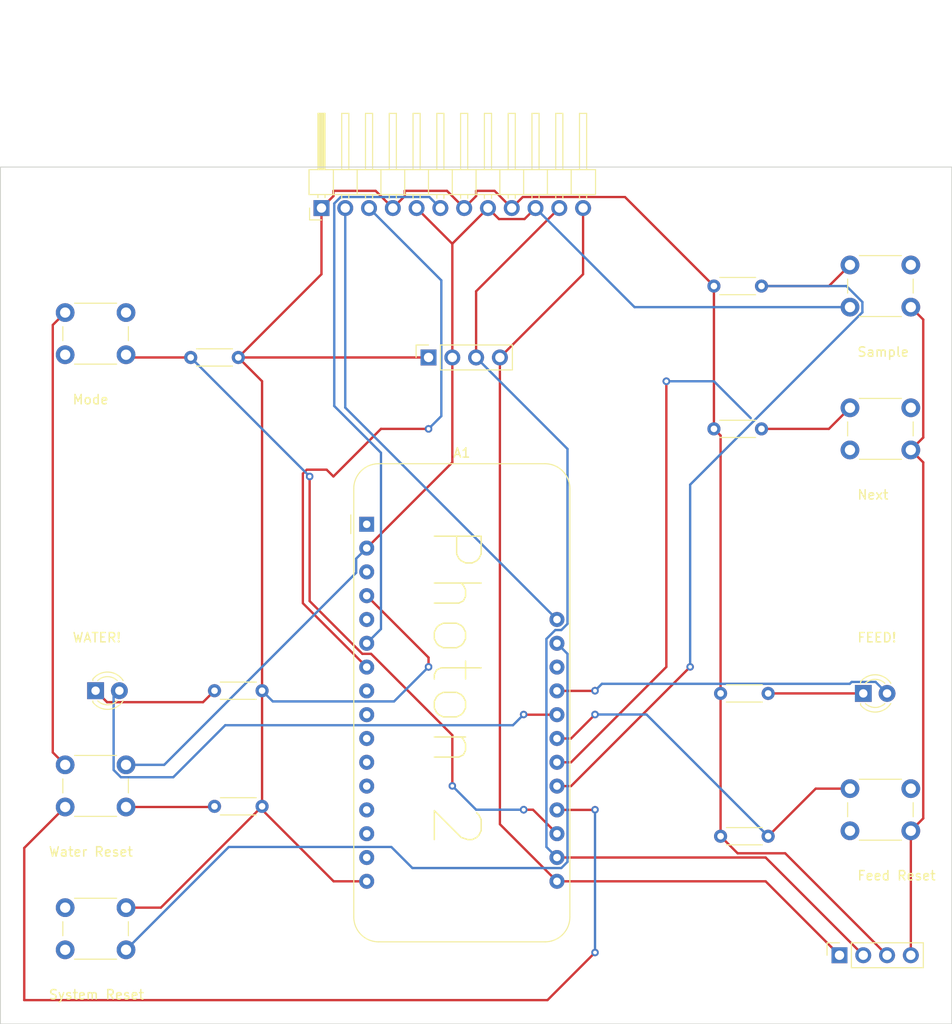
<source format=kicad_pcb>
(kicad_pcb (version 20221018) (generator pcbnew)
  (layers (0 "F.Cu" signal) (31 "B.Cu" signal) (34 "B.Paste" user) (35 "F.Paste" user) (36 "B.SilkS" user "B.Silkscreen") (37 "F.SilkS" user "F.Silkscreen") (38 "B.Mask" user) (39 "F.Mask" user) (44 "Edge.Cuts" user))
  (net 0 "")
  (net 2 "Net-(A1-3V3)")
  (net 5 "Net-(A1-A1)")
  (net 6 "Net-(A1-A2)")
  (net 15 "Net-(A1-SDA{slash}D20)")
  (net 16 "Net-(A1-SCL{slash}D21)")
  (net 17 "Net-(A1-D5)")
  (net 18 "Net-(A1-D6)")
  (net 19 "Net-(A1-D9)")
  (net 20 "Net-(A1-D10)")
  (net 21 "Net-(A1-D11)")
  (net 22 "Net-(A1-D12)")
  (net 23 "Net-(A1-D13)")
  (net 25 "Net-(A1-EN)")
  (net 26 "Net-(A1-VBAT)")
  (net 27 "Net-(D1-K)")
  (net 28 "Net-(D2-K)")
  (net 29 "Net-(J1-Pin_1)")
  (footprint "Resistor_THT:R_Axial_DIN0204_L3.6mm_D1.6mm_P5.08mm_Horizontal" (layer "F.Cu") (at 181.05 104.43)
    (fp_text reference "R7" hide)
    (fp_text value "10k Resistor")
    (fp_line (start 0.62 -0.92) (end 4.46 -0.92) (stroke (width 0.12)) (layer "F.SilkS"))
    (fp_line (start 0.62 0.92) (end 4.46 0.92) (stroke (width 0.12)) (layer "F.SilkS"))
    (pad "1" thru_hole circle (at 0 0) (size 1.4 1.4) (drill 0.7) (layers "*.Cu" "*.Mask") (net 29 "Net-(J1-Pin_1)"))
    (pad "2" thru_hole oval (at 5.08 0) (size 1.4 1.4) (drill 0.7) (layers "*.Cu" "*.Mask") (net 21 "Net-(A1-D11)"))
  )
  (footprint "Connector_PinSocket_2.54mm:PinSocket_1x04_P2.54mm_Vertical" (layer "F.Cu") (at 149.86 53.34 90)
    (fp_text reference "J4" hide)
    (fp_text value "OLED Sockets")
    (fp_line (start -1.33 1.27) (end -1.33 8.95) (stroke (width 0.12)) (layer "F.SilkS"))
    (fp_line (start -1.33 1.27) (end 1.33 1.27) (stroke (width 0.12)) (layer "F.SilkS"))
    (fp_line (start -1.33 8.95) (end 1.33 8.95) (stroke (width 0.12)) (layer "F.SilkS"))
    (fp_line (start 0 -1.33) (end 1.33 -1.33) (stroke (width 0.12)) (layer "F.SilkS"))
    (fp_line (start 1.33 -1.33) (end 1.33 0) (stroke (width 0.12)) (layer "F.SilkS"))
    (fp_line (start 1.33 1.27) (end 1.33 8.95) (stroke (width 0.12)) (layer "F.SilkS"))
    (pad "1" thru_hole rect (at 0 0 90) (size 1.7 1.7) (drill 1) (layers "*.Cu" "*.Mask") (net 29 "Net-(J1-Pin_1)"))
    (pad "2" thru_hole oval (at 0 2.54 90) (size 1.7 1.7) (drill 1) (layers "*.Cu" "*.Mask") (net 2 "Net-(A1-3V3)"))
    (pad "3" thru_hole oval (at 0 5.08 90) (size 1.7 1.7) (drill 1) (layers "*.Cu" "*.Mask") (net 16 "Net-(A1-SCL{slash}D21)"))
    (pad "4" thru_hole oval (at 0 7.62 90) (size 1.7 1.7) (drill 1) (layers "*.Cu" "*.Mask") (net 15 "Net-(A1-SDA{slash}D20)"))
  )
  (footprint "Connector_PinHeader_2.54mm:PinHeader_1x12_P2.54mm_Horizontal" (layer "F.Cu") (at 138.425 37.395 90)
    (fp_text reference "J1" hide)
    (fp_text value "Battery In, PH In, Moisture In, Light Sensor In")
    (fp_line (start -1.27 -1.27) (end 0 -1.27) (stroke (width 0.12)) (layer "F.SilkS"))
    (fp_line (start -1.27 0) (end -1.27 -1.27) (stroke (width 0.12)) (layer "F.SilkS"))
    (fp_line (start 1.042929 2.16) (end 1.44 2.16) (stroke (width 0.12)) (layer "F.SilkS"))
    (fp_line (start 1.042929 2.92) (end 1.44 2.92) (stroke (width 0.12)) (layer "F.SilkS"))
    (fp_line (start 1.042929 4.7) (end 1.44 4.7) (stroke (width 0.12)) (layer "F.SilkS"))
    (fp_line (start 1.042929 5.46) (end 1.44 5.46) (stroke (width 0.12)) (layer "F.SilkS"))
    (fp_line (start 1.042929 7.24) (end 1.44 7.24) (stroke (width 0.12)) (layer "F.SilkS"))
    (fp_line (start 1.042929 8) (end 1.44 8) (stroke (width 0.12)) (layer "F.SilkS"))
    (fp_line (start 1.042929 9.78) (end 1.44 9.78) (stroke (width 0.12)) (layer "F.SilkS"))
    (fp_line (start 1.042929 10.54) (end 1.44 10.54) (stroke (width 0.12)) (layer "F.SilkS"))
    (fp_line (start 1.042929 12.32) (end 1.44 12.32) (stroke (width 0.12)) (layer "F.SilkS"))
    (fp_line (start 1.042929 13.08) (end 1.44 13.08) (stroke (width 0.12)) (layer "F.SilkS"))
    (fp_line (start 1.042929 14.86) (end 1.44 14.86) (stroke (width 0.12)) (layer "F.SilkS"))
    (fp_line (start 1.042929 15.62) (end 1.44 15.62) (stroke (width 0.12)) (layer "F.SilkS"))
    (fp_line (start 1.042929 17.4) (end 1.44 17.4) (stroke (width 0.12)) (layer "F.SilkS"))
    (fp_line (start 1.042929 18.16) (end 1.44 18.16) (stroke (width 0.12)) (layer "F.SilkS"))
    (fp_line (start 1.042929 19.94) (end 1.44 19.94) (stroke (width 0.12)) (layer "F.SilkS"))
    (fp_line (start 1.042929 20.7) (end 1.44 20.7) (stroke (width 0.12)) (layer "F.SilkS"))
    (fp_line (start 1.042929 22.48) (end 1.44 22.48) (stroke (width 0.12)) (layer "F.SilkS"))
    (fp_line (start 1.042929 23.24) (end 1.44 23.24) (stroke (width 0.12)) (layer "F.SilkS"))
    (fp_line (start 1.042929 25.02) (end 1.44 25.02) (stroke (width 0.12)) (layer "F.SilkS"))
    (fp_line (start 1.042929 25.78) (end 1.44 25.78) (stroke (width 0.12)) (layer "F.SilkS"))
    (fp_line (start 1.042929 27.56) (end 1.44 27.56) (stroke (width 0.12)) (layer "F.SilkS"))
    (fp_line (start 1.042929 28.32) (end 1.44 28.32) (stroke (width 0.12)) (layer "F.SilkS"))
    (fp_line (start 1.11 -0.38) (end 1.44 -0.38) (stroke (width 0.12)) (layer "F.SilkS"))
    (fp_line (start 1.11 0.38) (end 1.44 0.38) (stroke (width 0.12)) (layer "F.SilkS"))
    (fp_line (start 1.44 -1.33) (end 1.44 29.27) (stroke (width 0.12)) (layer "F.SilkS"))
    (fp_line (start 1.44 1.27) (end 4.1 1.27) (stroke (width 0.12)) (layer "F.SilkS"))
    (fp_line (start 1.44 3.81) (end 4.1 3.81) (stroke (width 0.12)) (layer "F.SilkS"))
    (fp_line (start 1.44 6.35) (end 4.1 6.35) (stroke (width 0.12)) (layer "F.SilkS"))
    (fp_line (start 1.44 8.89) (end 4.1 8.89) (stroke (width 0.12)) (layer "F.SilkS"))
    (fp_line (start 1.44 11.43) (end 4.1 11.43) (stroke (width 0.12)) (layer "F.SilkS"))
    (fp_line (start 1.44 13.97) (end 4.1 13.97) (stroke (width 0.12)) (layer "F.SilkS"))
    (fp_line (start 1.44 16.51) (end 4.1 16.51) (stroke (width 0.12)) (layer "F.SilkS"))
    (fp_line (start 1.44 19.05) (end 4.1 19.05) (stroke (width 0.12)) (layer "F.SilkS"))
    (fp_line (start 1.44 21.59) (end 4.1 21.59) (stroke (width 0.12)) (layer "F.SilkS"))
    (fp_line (start 1.44 24.13) (end 4.1 24.13) (stroke (width 0.12)) (layer "F.SilkS"))
    (fp_line (start 1.44 26.67) (end 4.1 26.67) (stroke (width 0.12)) (layer "F.SilkS"))
    (fp_line (start 1.44 29.27) (end 4.1 29.27) (stroke (width 0.12)) (layer "F.SilkS"))
    (fp_line (start 4.1 -1.33) (end 1.44 -1.33) (stroke (width 0.12)) (layer "F.SilkS"))
    (fp_line (start 4.1 -0.38) (end 10.1 -0.38) (stroke (width 0.12)) (layer "F.SilkS"))
    (fp_line (start 4.1 -0.32) (end 10.1 -0.32) (stroke (width 0.12)) (layer "F.SilkS"))
    (fp_line (start 4.1 -0.2) (end 10.1 -0.2) (stroke (width 0.12)) (layer "F.SilkS"))
    (fp_line (start 4.1 -0.08) (end 10.1 -0.08) (stroke (width 0.12)) (layer "F.SilkS"))
    (fp_line (start 4.1 0.04) (end 10.1 0.04) (stroke (width 0.12)) (layer "F.SilkS"))
    (fp_line (start 4.1 0.16) (end 10.1 0.16) (stroke (width 0.12)) (layer "F.SilkS"))
    (fp_line (start 4.1 0.28) (end 10.1 0.28) (stroke (width 0.12)) (layer "F.SilkS"))
    (fp_line (start 4.1 2.16) (end 10.1 2.16) (stroke (width 0.12)) (layer "F.SilkS"))
    (fp_line (start 4.1 4.7) (end 10.1 4.7) (stroke (width 0.12)) (layer "F.SilkS"))
    (fp_line (start 4.1 7.24) (end 10.1 7.24) (stroke (width 0.12)) (layer "F.SilkS"))
    (fp_line (start 4.1 9.78) (end 10.1 9.78) (stroke (width 0.12)) (layer "F.SilkS"))
    (fp_line (start 4.1 12.32) (end 10.1 12.32) (stroke (width 0.12)) (layer "F.SilkS"))
    (fp_line (start 4.1 14.86) (end 10.1 14.86) (stroke (width 0.12)) (layer "F.SilkS"))
    (fp_line (start 4.1 17.4) (end 10.1 17.4) (stroke (width 0.12)) (layer "F.SilkS"))
    (fp_line (start 4.1 19.94) (end 10.1 19.94) (stroke (width 0.12)) (layer "F.SilkS"))
    (fp_line (start 4.1 22.48) (end 10.1 22.48) (stroke (width 0.12)) (layer "F.SilkS"))
    (fp_line (start 4.1 25.02) (end 10.1 25.02) (stroke (width 0.12)) (layer "F.SilkS"))
    (fp_line (start 4.1 27.56) (end 10.1 27.56) (stroke (width 0.12)) (layer "F.SilkS"))
    (fp_line (start 4.1 29.27) (end 4.1 -1.33) (stroke (width 0.12)) (layer "F.SilkS"))
    (fp_line (start 10.1 -0.38) (end 10.1 0.38) (stroke (width 0.12)) (layer "F.SilkS"))
    (fp_line (start 10.1 0.38) (end 4.1 0.38) (stroke (width 0.12)) (layer "F.SilkS"))
    (fp_line (start 10.1 2.16) (end 10.1 2.92) (stroke (width 0.12)) (layer "F.SilkS"))
    (fp_line (start 10.1 2.92) (end 4.1 2.92) (stroke (width 0.12)) (layer "F.SilkS"))
    (fp_line (start 10.1 4.7) (end 10.1 5.46) (stroke (width 0.12)) (layer "F.SilkS"))
    (fp_line (start 10.1 5.46) (end 4.1 5.46) (stroke (width 0.12)) (layer "F.SilkS"))
    (fp_line (start 10.1 7.24) (end 10.1 8) (stroke (width 0.12)) (layer "F.SilkS"))
    (fp_line (start 10.1 8) (end 4.1 8) (stroke (width 0.12)) (layer "F.SilkS"))
    (fp_line (start 10.1 9.78) (end 10.1 10.54) (stroke (width 0.12)) (layer "F.SilkS"))
    (fp_line (start 10.1 10.54) (end 4.1 10.54) (stroke (width 0.12)) (layer "F.SilkS"))
    (fp_line (start 10.1 12.32) (end 10.1 13.08) (stroke (width 0.12)) (layer "F.SilkS"))
    (fp_line (start 10.1 13.08) (end 4.1 13.08) (stroke (width 0.12)) (layer "F.SilkS"))
    (fp_line (start 10.1 14.86) (end 10.1 15.62) (stroke (width 0.12)) (layer "F.SilkS"))
    (fp_line (start 10.1 15.62) (end 4.1 15.62) (stroke (width 0.12)) (layer "F.SilkS"))
    (fp_line (start 10.1 17.4) (end 10.1 18.16) (stroke (width 0.12)) (layer "F.SilkS"))
    (fp_line (start 10.1 18.16) (end 4.1 18.16) (stroke (width 0.12)) (layer "F.SilkS"))
    (fp_line (start 10.1 19.94) (end 10.1 20.7) (stroke (width 0.12)) (layer "F.SilkS"))
    (fp_line (start 10.1 20.7) (end 4.1 20.7) (stroke (width 0.12)) (layer "F.SilkS"))
    (fp_line (start 10.1 22.48) (end 10.1 23.24) (stroke (width 0.12)) (layer "F.SilkS"))
    (fp_line (start 10.1 23.24) (end 4.1 23.24) (stroke (width 0.12)) (layer "F.SilkS"))
    (fp_line (start 10.1 25.02) (end 10.1 25.78) (stroke (width 0.12)) (layer "F.SilkS"))
    (fp_line (start 10.1 25.78) (end 4.1 25.78) (stroke (width 0.12)) (layer "F.SilkS"))
    (fp_line (start 10.1 27.56) (end 10.1 28.32) (stroke (width 0.12)) (layer "F.SilkS"))
    (fp_line (start 10.1 28.32) (end 4.1 28.32) (stroke (width 0.12)) (layer "F.SilkS"))
    (pad "1" thru_hole rect (at 0 0 90) (size 1.7 1.7) (drill 1) (layers "*.Cu" "*.Mask") (net 29 "Net-(J1-Pin_1)"))
    (pad "2" thru_hole oval (at 0 2.54 90) (size 1.7 1.7) (drill 1) (layers "*.Cu" "*.Mask") (net 26 "Net-(A1-VBAT)"))
    (pad "3" thru_hole oval (at 0 5.08 90) (size 1.7 1.7) (drill 1) (layers "*.Cu" "*.Mask") (net 6 "Net-(A1-A2)"))
    (pad "4" thru_hole oval (at 0 7.62 90) (size 1.7 1.7) (drill 1) (layers "*.Cu" "*.Mask") (net 29 "Net-(J1-Pin_1)"))
    (pad "5" thru_hole oval (at 0 10.16 90) (size 1.7 1.7) (drill 1) (layers "*.Cu" "*.Mask") (net 2 "Net-(A1-3V3)"))
    (pad "6" thru_hole oval (at 0 12.7 90) (size 1.7 1.7) (drill 1) (layers "*.Cu" "*.Mask") (net 5 "Net-(A1-A1)"))
    (pad "7" thru_hole oval (at 0 15.24 90) (size 1.7 1.7) (drill 1) (layers "*.Cu" "*.Mask") (net 29 "Net-(J1-Pin_1)"))
    (pad "8" thru_hole oval (at 0 17.78 90) (size 1.7 1.7) (drill 1) (layers "*.Cu" "*.Mask") (net 2 "Net-(A1-3V3)"))
    (pad "9" thru_hole oval (at 0 20.32 90) (size 1.7 1.7) (drill 1) (layers "*.Cu" "*.Mask") (net 29 "Net-(J1-Pin_1)"))
    (pad "10" thru_hole oval (at 0 22.86 90) (size 1.7 1.7) (drill 1) (layers "*.Cu" "*.Mask") (net 2 "Net-(A1-3V3)"))
    (pad "11" thru_hole oval (at 0 25.4 90) (size 1.7 1.7) (drill 1) (layers "*.Cu" "*.Mask") (net 16 "Net-(A1-SCL{slash}D21)"))
    (pad "12" thru_hole oval (at 0 27.94 90) (size 1.7 1.7) (drill 1) (layers "*.Cu" "*.Mask") (net 15 "Net-(A1-SDA{slash}D20)"))
  )
  (footprint "Module:Adafruit_Feather" (layer "F.Cu") (at 143.255 71.14)
    (fp_text reference "A1" (at 10.16 -7.62) (layer "F.SilkS"))
    (fp_text value "Adafruit_Feather_M0_Basic_Proto")
    (fp_line (start -1.7 1) (end -1.7 -1) (stroke (width 0.12)) (layer "F.SilkS"))
    (fp_line (start -1.38 -3.81) (end -1.38 41.91) (stroke (width 0.12)) (layer "F.SilkS"))
    (fp_line (start 19.05 -6.46) (end 1.27 -6.46) (stroke (width 0.12)) (layer "F.SilkS"))
    (fp_line (start 19.05 44.56) (end 1.27 44.56) (stroke (width 0.12)) (layer "F.SilkS"))
    (fp_line (start 21.7 -3.81) (end 21.7 41.91) (stroke (width 0.12)) (layer "F.SilkS"))
    (fp_arc (start -1.38 -3.81) (mid -0.603833 -5.683833) (end 1.27 -6.46) (stroke (width 0.12)) (layer "F.SilkS"))
    (fp_arc (start 1.27 44.56) (mid -0.603833 43.783833) (end -1.38 41.91) (stroke (width 0.12)) (layer "F.SilkS"))
    (fp_arc (start 19.05 -6.46) (mid 20.923833 -5.683833) (end 21.7 -3.81) (stroke (width 0.12)) (layer "F.SilkS"))
    (fp_arc (start 21.7 41.91) (mid 20.923833 43.783833) (end 19.05 44.56) (stroke (width 0.12)) (layer "F.SilkS"))
    (pad "1" thru_hole rect (at 0 0 180) (size 1.6 1.6) (drill 0.8) (layers "*.Cu" "*.Mask"))
    (pad "2" thru_hole circle (at 0 2.54 180) (size 1.6 1.6) (drill 0.8) (layers "*.Cu" "*.Mask") (net 2 "Net-(A1-3V3)"))
    (pad "3" thru_hole circle (at 0 5.08 180) (size 1.6 1.6) (drill 0.8) (layers "*.Cu" "*.Mask"))
    (pad "4" thru_hole circle (at 0 7.62 180) (size 1.6 1.6) (drill 0.8) (layers "*.Cu" "*.Mask") (net 29 "Net-(J1-Pin_1)"))
    (pad "5" thru_hole circle (at 0 10.16 180) (size 1.6 1.6) (drill 0.8) (layers "*.Cu" "*.Mask"))
    (pad "6" thru_hole circle (at 0 12.7 180) (size 1.6 1.6) (drill 0.8) (layers "*.Cu" "*.Mask") (net 5 "Net-(A1-A1)"))
    (pad "7" thru_hole circle (at 0 15.24 180) (size 1.6 1.6) (drill 0.8) (layers "*.Cu" "*.Mask") (net 6 "Net-(A1-A2)"))
    (pad "8" thru_hole circle (at 0 17.78 180) (size 1.6 1.6) (drill 0.8) (layers "*.Cu" "*.Mask"))
    (pad "9" thru_hole circle (at 0 20.32 180) (size 1.6 1.6) (drill 0.8) (layers "*.Cu" "*.Mask"))
    (pad "10" thru_hole circle (at 0 22.86 180) (size 1.6 1.6) (drill 0.8) (layers "*.Cu" "*.Mask"))
    (pad "11" thru_hole circle (at 0 25.4 180) (size 1.6 1.6) (drill 0.8) (layers "*.Cu" "*.Mask"))
    (pad "12" thru_hole circle (at 0 27.94 180) (size 1.6 1.6) (drill 0.8) (layers "*.Cu" "*.Mask"))
    (pad "13" thru_hole circle (at 0 30.48 180) (size 1.6 1.6) (drill 0.8) (layers "*.Cu" "*.Mask"))
    (pad "14" thru_hole circle (at 0 33.02 180) (size 1.6 1.6) (drill 0.8) (layers "*.Cu" "*.Mask"))
    (pad "15" thru_hole circle (at 0 35.56 180) (size 1.6 1.6) (drill 0.8) (layers "*.Cu" "*.Mask"))
    (pad "16" thru_hole circle (at 0 38.1 180) (size 1.6 1.6) (drill 0.8) (layers "*.Cu" "*.Mask") (net 29 "Net-(J1-Pin_1)"))
    (pad "17" thru_hole circle (at 20.32 38.1 180) (size 1.6 1.6) (drill 0.8) (layers "*.Cu" "*.Mask") (net 15 "Net-(A1-SDA{slash}D20)"))
    (pad "18" thru_hole circle (at 20.32 35.56 180) (size 1.6 1.6) (drill 0.8) (layers "*.Cu" "*.Mask") (net 16 "Net-(A1-SCL{slash}D21)"))
    (pad "19" thru_hole circle (at 20.32 33.02 180) (size 1.6 1.6) (drill 0.8) (layers "*.Cu" "*.Mask") (net 17 "Net-(A1-D5)"))
    (pad "20" thru_hole circle (at 20.32 30.48 180) (size 1.6 1.6) (drill 0.8) (layers "*.Cu" "*.Mask") (net 18 "Net-(A1-D6)"))
    (pad "21" thru_hole circle (at 20.32 27.94 180) (size 1.6 1.6) (drill 0.8) (layers "*.Cu" "*.Mask") (net 19 "Net-(A1-D9)"))
    (pad "22" thru_hole circle (at 20.32 25.4 180) (size 1.6 1.6) (drill 0.8) (layers "*.Cu" "*.Mask") (net 20 "Net-(A1-D10)"))
    (pad "23" thru_hole circle (at 20.32 22.86 180) (size 1.6 1.6) (drill 0.8) (layers "*.Cu" "*.Mask") (net 21 "Net-(A1-D11)"))
    (pad "24" thru_hole circle (at 20.32 20.32 180) (size 1.6 1.6) (drill 0.8) (layers "*.Cu" "*.Mask") (net 22 "Net-(A1-D12)"))
    (pad "25" thru_hole circle (at 20.32 17.78 180) (size 1.6 1.6) (drill 0.8) (layers "*.Cu" "*.Mask") (net 23 "Net-(A1-D13)"))
    (pad "26" thru_hole circle (at 20.32 15.24 180) (size 1.6 1.6) (drill 0.8) (layers "*.Cu" "*.Mask"))
    (pad "27" thru_hole circle (at 20.32 12.7 180) (size 1.6 1.6) (drill 0.8) (layers "*.Cu" "*.Mask") (net 25 "Net-(A1-EN)"))
    (pad "28" thru_hole circle (at 20.32 10.16 180) (size 1.6 1.6) (drill 0.8) (layers "*.Cu" "*.Mask") (net 26 "Net-(A1-VBAT)"))
  )
  (footprint "Button_Switch_THT:SW_PUSH_6mm_H5mm" (layer "F.Cu") (at 194.87 58.71)
    (fp_text reference "SW2" hide)
    (fp_text value "Next Button")
    (fp_line (start -0.25 1.5) (end -0.25 3) (stroke (width 0.12)) (layer "F.SilkS"))
    (fp_line (start 1 5.5) (end 5.5 5.5) (stroke (width 0.12)) (layer "F.SilkS"))
    (fp_line (start 5.5 -1) (end 1 -1) (stroke (width 0.12)) (layer "F.SilkS"))
    (fp_line (start 6.75 3) (end 6.75 1.5) (stroke (width 0.12)) (layer "F.SilkS"))
    (pad "1" thru_hole circle (at 0 0 90) (size 2 2) (drill 1.1) (layers "*.Cu" "*.Mask") (net 20 "Net-(A1-D10)"))
    (pad "1" thru_hole circle (at 6.5 0 90) (size 2 2) (drill 1.1) (layers "*.Cu" "*.Mask") (net 20 "Net-(A1-D10)"))
    (pad "2" thru_hole circle (at 0 4.5 90) (size 2 2) (drill 1.1) (layers "*.Cu" "*.Mask") (net 2 "Net-(A1-3V3)"))
    (pad "2" thru_hole circle (at 6.5 4.5 90) (size 2 2) (drill 1.1) (layers "*.Cu" "*.Mask") (net 2 "Net-(A1-3V3)"))
  )
  (footprint "Resistor_THT:R_Axial_DIN0204_L3.6mm_D1.6mm_P5.08mm_Horizontal" (layer "F.Cu") (at 180.34 60.96)
    (fp_text reference "R5" hide)
    (fp_text value "10k Resistor")
    (fp_line (start 0.62 -0.92) (end 4.46 -0.92) (stroke (width 0.12)) (layer "F.SilkS"))
    (fp_line (start 0.62 0.92) (end 4.46 0.92) (stroke (width 0.12)) (layer "F.SilkS"))
    (pad "1" thru_hole circle (at 0 0) (size 1.4 1.4) (drill 0.7) (layers "*.Cu" "*.Mask") (net 29 "Net-(J1-Pin_1)"))
    (pad "2" thru_hole oval (at 5.08 0) (size 1.4 1.4) (drill 0.7) (layers "*.Cu" "*.Mask") (net 20 "Net-(A1-D10)"))
  )
  (footprint "Button_Switch_THT:SW_PUSH_6mm_H5mm" (layer "F.Cu") (at 111.05 48.55)
    (fp_text reference "SW1" hide)
    (fp_text value "Mode Button")
    (fp_line (start -0.25 1.5) (end -0.25 3) (stroke (width 0.12)) (layer "F.SilkS"))
    (fp_line (start 1 5.5) (end 5.5 5.5) (stroke (width 0.12)) (layer "F.SilkS"))
    (fp_line (start 5.5 -1) (end 1 -1) (stroke (width 0.12)) (layer "F.SilkS"))
    (fp_line (start 6.75 3) (end 6.75 1.5) (stroke (width 0.12)) (layer "F.SilkS"))
    (pad "1" thru_hole circle (at 0 0 90) (size 2 2) (drill 1.1) (layers "*.Cu" "*.Mask") (net 2 "Net-(A1-3V3)"))
    (pad "1" thru_hole circle (at 6.5 0 90) (size 2 2) (drill 1.1) (layers "*.Cu" "*.Mask") (net 2 "Net-(A1-3V3)"))
    (pad "2" thru_hole circle (at 0 4.5 90) (size 2 2) (drill 1.1) (layers "*.Cu" "*.Mask") (net 17 "Net-(A1-D5)"))
    (pad "2" thru_hole circle (at 6.5 4.5 90) (size 2 2) (drill 1.1) (layers "*.Cu" "*.Mask") (net 17 "Net-(A1-D5)"))
  )
  (footprint "Resistor_THT:R_Axial_DIN0204_L3.6mm_D1.6mm_P5.08mm_Horizontal" (layer "F.Cu") (at 127 101.24)
    (fp_text reference "R6" hide)
    (fp_text value "10k Resistor")
    (fp_line (start 0.62 -0.92) (end 4.46 -0.92) (stroke (width 0.12)) (layer "F.SilkS"))
    (fp_line (start 0.62 0.92) (end 4.46 0.92) (stroke (width 0.12)) (layer "F.SilkS"))
    (pad "1" thru_hole circle (at 0 0) (size 1.4 1.4) (drill 0.7) (layers "*.Cu" "*.Mask") (net 18 "Net-(A1-D6)"))
    (pad "2" thru_hole oval (at 5.08 0) (size 1.4 1.4) (drill 0.7) (layers "*.Cu" "*.Mask") (net 29 "Net-(J1-Pin_1)"))
  )
  (footprint "Button_Switch_THT:SW_PUSH_6mm_H5mm" (layer "F.Cu") (at 111.05 96.81)
    (fp_text reference "SW4" hide)
    (fp_text value "Water Alert Reset")
    (fp_line (start -0.25 1.5) (end -0.25 3) (stroke (width 0.12)) (layer "F.SilkS"))
    (fp_line (start 1 5.5) (end 5.5 5.5) (stroke (width 0.12)) (layer "F.SilkS"))
    (fp_line (start 5.5 -1) (end 1 -1) (stroke (width 0.12)) (layer "F.SilkS"))
    (fp_line (start 6.75 3) (end 6.75 1.5) (stroke (width 0.12)) (layer "F.SilkS"))
    (pad "1" thru_hole circle (at 0 0 90) (size 2 2) (drill 1.1) (layers "*.Cu" "*.Mask") (net 2 "Net-(A1-3V3)"))
    (pad "1" thru_hole circle (at 6.5 0 90) (size 2 2) (drill 1.1) (layers "*.Cu" "*.Mask") (net 2 "Net-(A1-3V3)"))
    (pad "2" thru_hole circle (at 0 4.5 90) (size 2 2) (drill 1.1) (layers "*.Cu" "*.Mask") (net 18 "Net-(A1-D6)"))
    (pad "2" thru_hole circle (at 6.5 4.5 90) (size 2 2) (drill 1.1) (layers "*.Cu" "*.Mask") (net 18 "Net-(A1-D6)"))
  )
  (footprint "Resistor_THT:R_Axial_DIN0204_L3.6mm_D1.6mm_P5.08mm_Horizontal" (layer "F.Cu") (at 181.05 89.19)
    (fp_text reference "R2" hide)
    (fp_text value "220 Ohm Resistor")
    (fp_line (start 0.62 -0.92) (end 4.46 -0.92) (stroke (width 0.12)) (layer "F.SilkS"))
    (fp_line (start 0.62 0.92) (end 4.46 0.92) (stroke (width 0.12)) (layer "F.SilkS"))
    (pad "1" thru_hole circle (at 0 0) (size 1.4 1.4) (drill 0.7) (layers "*.Cu" "*.Mask") (net 29 "Net-(J1-Pin_1)"))
    (pad "2" thru_hole oval (at 5.08 0) (size 1.4 1.4) (drill 0.7) (layers "*.Cu" "*.Mask") (net 28 "Net-(D2-K)"))
  )
  (footprint "LED_THT:LED_D3.0mm" (layer "F.Cu") (at 114.3 88.9)
    (fp_text reference "D1" hide)
    (fp_text value "Water Alert LED")
    (fp_line (start -0.29 -1.236) (end -0.29 -1.08) (stroke (width 0.12)) (layer "F.SilkS"))
    (fp_line (start -0.29 1.08) (end -0.29 1.236) (stroke (width 0.12)) (layer "F.SilkS"))
    (fp_arc (start -0.29 -1.235516) (mid 1.366487 -1.987659) (end 2.942335 -1.078608) (stroke (width 0.12)) (layer "F.SilkS"))
    (fp_arc (start 0.229039 -1.08) (mid 1.270117 -1.5) (end 2.31113 -1.079837) (stroke (width 0.12)) (layer "F.SilkS"))
    (fp_arc (start 2.31113 1.079837) (mid 1.270117 1.5) (end 0.229039 1.08) (stroke (width 0.12)) (layer "F.SilkS"))
    (fp_arc (start 2.942335 1.078608) (mid 1.366487 1.987659) (end -0.29 1.235516) (stroke (width 0.12)) (layer "F.SilkS"))
    (pad "1" thru_hole rect (at 0 0) (size 1.8 1.8) (drill 0.9) (layers "*.Cu" "*.Mask") (net 27 "Net-(D1-K)"))
    (pad "2" thru_hole circle (at 2.54 0) (size 1.8 1.8) (drill 0.9) (layers "*.Cu" "*.Mask") (net 22 "Net-(A1-D12)"))
  )
  (footprint "Resistor_THT:R_Axial_DIN0204_L3.6mm_D1.6mm_P5.08mm_Horizontal" (layer "F.Cu") (at 127 88.9)
    (fp_text reference "R1" hide)
    (fp_text value "220 Ohm Resistor")
    (fp_line (start 0.62 -0.92) (end 4.46 -0.92) (stroke (width 0.12)) (layer "F.SilkS"))
    (fp_line (start 0.62 0.92) (end 4.46 0.92) (stroke (width 0.12)) (layer "F.SilkS"))
    (pad "1" thru_hole circle (at 0 0) (size 1.4 1.4) (drill 0.7) (layers "*.Cu" "*.Mask") (net 27 "Net-(D1-K)"))
    (pad "2" thru_hole oval (at 5.08 0) (size 1.4 1.4) (drill 0.7) (layers "*.Cu" "*.Mask") (net 29 "Net-(J1-Pin_1)"))
  )
  (footprint "Button_Switch_THT:SW_PUSH_6mm_H5mm" (layer "F.Cu") (at 111.05 112.05)
    (fp_text reference "SW6" hide)
    (fp_text value "System Reset")
    (fp_line (start -0.25 1.5) (end -0.25 3) (stroke (width 0.12)) (layer "F.SilkS"))
    (fp_line (start 1 5.5) (end 5.5 5.5) (stroke (width 0.12)) (layer "F.SilkS"))
    (fp_line (start 5.5 -1) (end 1 -1) (stroke (width 0.12)) (layer "F.SilkS"))
    (fp_line (start 6.75 3) (end 6.75 1.5) (stroke (width 0.12)) (layer "F.SilkS"))
    (pad "1" thru_hole circle (at 0 0 90) (size 2 2) (drill 1.1) (layers "*.Cu" "*.Mask") (net 29 "Net-(J1-Pin_1)"))
    (pad "1" thru_hole circle (at 6.5 0 90) (size 2 2) (drill 1.1) (layers "*.Cu" "*.Mask") (net 29 "Net-(J1-Pin_1)"))
    (pad "2" thru_hole circle (at 0 4.5 90) (size 2 2) (drill 1.1) (layers "*.Cu" "*.Mask") (net 25 "Net-(A1-EN)"))
    (pad "2" thru_hole circle (at 6.5 4.5 90) (size 2 2) (drill 1.1) (layers "*.Cu" "*.Mask") (net 25 "Net-(A1-EN)"))
  )
  (footprint "Resistor_THT:R_Axial_DIN0204_L3.6mm_D1.6mm_P5.08mm_Horizontal" (layer "F.Cu") (at 180.34 45.72)
    (fp_text reference "R4" hide)
    (fp_text value "10k Resistor")
    (fp_line (start 0.62 -0.92) (end 4.46 -0.92) (stroke (width 0.12)) (layer "F.SilkS"))
    (fp_line (start 0.62 0.92) (end 4.46 0.92) (stroke (width 0.12)) (layer "F.SilkS"))
    (pad "1" thru_hole circle (at 0 0) (size 1.4 1.4) (drill 0.7) (layers "*.Cu" "*.Mask") (net 29 "Net-(J1-Pin_1)"))
    (pad "2" thru_hole oval (at 5.08 0) (size 1.4 1.4) (drill 0.7) (layers "*.Cu" "*.Mask") (net 19 "Net-(A1-D9)"))
  )
  (footprint "Button_Switch_THT:SW_PUSH_6mm_H5mm" (layer "F.Cu") (at 194.87 99.35)
    (fp_text reference "SW5" hide)
    (fp_text value "Feed Alert Reset")
    (fp_line (start -0.25 1.5) (end -0.25 3) (stroke (width 0.12)) (layer "F.SilkS"))
    (fp_line (start 1 5.5) (end 5.5 5.5) (stroke (width 0.12)) (layer "F.SilkS"))
    (fp_line (start 5.5 -1) (end 1 -1) (stroke (width 0.12)) (layer "F.SilkS"))
    (fp_line (start 6.75 3) (end 6.75 1.5) (stroke (width 0.12)) (layer "F.SilkS"))
    (pad "1" thru_hole circle (at 0 0 90) (size 2 2) (drill 1.1) (layers "*.Cu" "*.Mask") (net 21 "Net-(A1-D11)"))
    (pad "1" thru_hole circle (at 6.5 0 90) (size 2 2) (drill 1.1) (layers "*.Cu" "*.Mask") (net 21 "Net-(A1-D11)"))
    (pad "2" thru_hole circle (at 0 4.5 90) (size 2 2) (drill 1.1) (layers "*.Cu" "*.Mask") (net 2 "Net-(A1-3V3)"))
    (pad "2" thru_hole circle (at 6.5 4.5 90) (size 2 2) (drill 1.1) (layers "*.Cu" "*.Mask") (net 2 "Net-(A1-3V3)"))
  )
  (footprint "Resistor_THT:R_Axial_DIN0204_L3.6mm_D1.6mm_P5.08mm_Horizontal" (layer "F.Cu") (at 124.46 53.34)
    (fp_text reference "R3" hide)
    (fp_text value "10k Resistor")
    (fp_line (start 0.62 -0.92) (end 4.46 -0.92) (stroke (width 0.12)) (layer "F.SilkS"))
    (fp_line (start 0.62 0.92) (end 4.46 0.92) (stroke (width 0.12)) (layer "F.SilkS"))
    (pad "1" thru_hole circle (at 0 0) (size 1.4 1.4) (drill 0.7) (layers "*.Cu" "*.Mask") (net 17 "Net-(A1-D5)"))
    (pad "2" thru_hole oval (at 5.08 0) (size 1.4 1.4) (drill 0.7) (layers "*.Cu" "*.Mask") (net 29 "Net-(J1-Pin_1)"))
  )
  (footprint "Button_Switch_THT:SW_PUSH_6mm_H5mm" (layer "F.Cu") (at 194.87 43.47)
    (fp_text reference "SW3" hide)
    (fp_text value "Sample Button")
    (fp_line (start -0.25 1.5) (end -0.25 3) (stroke (width 0.12)) (layer "F.SilkS"))
    (fp_line (start 1 5.5) (end 5.5 5.5) (stroke (width 0.12)) (layer "F.SilkS"))
    (fp_line (start 5.5 -1) (end 1 -1) (stroke (width 0.12)) (layer "F.SilkS"))
    (fp_line (start 6.75 3) (end 6.75 1.5) (stroke (width 0.12)) (layer "F.SilkS"))
    (pad "1" thru_hole circle (at 0 0 90) (size 2 2) (drill 1.1) (layers "*.Cu" "*.Mask") (net 19 "Net-(A1-D9)"))
    (pad "1" thru_hole circle (at 6.5 0 90) (size 2 2) (drill 1.1) (layers "*.Cu" "*.Mask") (net 19 "Net-(A1-D9)"))
    (pad "2" thru_hole circle (at 0 4.5 90) (size 2 2) (drill 1.1) (layers "*.Cu" "*.Mask") (net 2 "Net-(A1-3V3)"))
    (pad "2" thru_hole circle (at 6.5 4.5 90) (size 2 2) (drill 1.1) (layers "*.Cu" "*.Mask") (net 2 "Net-(A1-3V3)"))
  )
  (footprint "LED_THT:LED_D3.0mm" (layer "F.Cu") (at 196.29 89.19)
    (fp_text reference "D2" hide)
    (fp_text value "Feed Alert Led")
    (fp_line (start -0.29 -1.236) (end -0.29 -1.08) (stroke (width 0.12)) (layer "F.SilkS"))
    (fp_line (start -0.29 1.08) (end -0.29 1.236) (stroke (width 0.12)) (layer "F.SilkS"))
    (fp_arc (start -0.29 -1.235516) (mid 1.366487 -1.987659) (end 2.942335 -1.078608) (stroke (width 0.12)) (layer "F.SilkS"))
    (fp_arc (start 0.229039 -1.08) (mid 1.270117 -1.5) (end 2.31113 -1.079837) (stroke (width 0.12)) (layer "F.SilkS"))
    (fp_arc (start 2.31113 1.079837) (mid 1.270117 1.5) (end 0.229039 1.08) (stroke (width 0.12)) (layer "F.SilkS"))
    (fp_arc (start 2.942335 1.078608) (mid 1.366487 1.987659) (end -0.29 1.235516) (stroke (width 0.12)) (layer "F.SilkS"))
    (pad "1" thru_hole rect (at 0 0) (size 1.8 1.8) (drill 0.9) (layers "*.Cu" "*.Mask") (net 28 "Net-(D2-K)"))
    (pad "2" thru_hole circle (at 2.54 0) (size 1.8 1.8) (drill 0.9) (layers "*.Cu" "*.Mask") (net 23 "Net-(A1-D13)"))
  )
  (footprint "Connector_PinSocket_2.54mm:PinSocket_1x04_P2.54mm_Vertical" (layer "F.Cu") (at 193.75 117.13 90)
    (fp_text reference "J5" hide)
    (fp_text value "BME Sockets")
    (fp_line (start -1.33 1.27) (end -1.33 8.95) (stroke (width 0.12)) (layer "F.SilkS"))
    (fp_line (start -1.33 1.27) (end 1.33 1.27) (stroke (width 0.12)) (layer "F.SilkS"))
    (fp_line (start -1.33 8.95) (end 1.33 8.95) (stroke (width 0.12)) (layer "F.SilkS"))
    (fp_line (start 0 -1.33) (end 1.33 -1.33) (stroke (width 0.12)) (layer "F.SilkS"))
    (fp_line (start 1.33 -1.33) (end 1.33 0) (stroke (width 0.12)) (layer "F.SilkS"))
    (fp_line (start 1.33 1.27) (end 1.33 8.95) (stroke (width 0.12)) (layer "F.SilkS"))
    (pad "1" thru_hole rect (at 0 0 90) (size 1.7 1.7) (drill 1) (layers "*.Cu" "*.Mask") (net 15 "Net-(A1-SDA{slash}D20)"))
    (pad "2" thru_hole oval (at 0 2.54 90) (size 1.7 1.7) (drill 1) (layers "*.Cu" "*.Mask") (net 16 "Net-(A1-SCL{slash}D21)"))
    (pad "3" thru_hole oval (at 0 5.08 90) (size 1.7 1.7) (drill 1) (layers "*.Cu" "*.Mask") (net 29 "Net-(J1-Pin_1)"))
    (pad "4" thru_hole oval (at 0 7.62 90) (size 1.7 1.7) (drill 1) (layers "*.Cu" "*.Mask") (net 2 "Net-(A1-3V3)"))
  )
  (gr_rect (start 104.14 33.02) (end 205.74 124.46) (stroke (width 0.1)) (fill none) (layer "Edge.Cuts"))
  (gr_text "Mode" (at 111.76 58.42) (layer "F.SilkS") (effects (font (size 1 1)) (justify left bottom)))
  (gr_text "Feed Reset" (at 195.58 109.22) (layer "F.SilkS") (effects (font (size 1 1)) (justify left bottom)))
  (gr_text "FEED!" (at 195.58 83.82) (layer "F.SilkS") (effects (font (size 1 1)) (justify left bottom)))
  (gr_text "Sample" (at 195.58 53.34) (layer "F.SilkS") (effects (font (size 1 1)) (justify left bottom)))
  (gr_text "Water Reset" (at 109.22 106.68) (layer "F.SilkS") (effects (font (size 1 1)) (justify left bottom)))
  (gr_text "Photon 2" (at 149.86 71.12 -90) (layer "F.SilkS") (effects (font (size 5 5)) (justify left bottom)))
  (gr_text "WATER!" (at 111.76 83.82) (layer "F.SilkS") (effects (font (size 1 1)) (justify left bottom)))
  (gr_text "Next" (at 195.58 68.58) (layer "F.SilkS") (effects (font (size 1 1)) (justify left bottom)))
  (gr_text "System Reset" (at 109.22 121.92) (layer "F.SilkS") (effects (font (size 1 1)) (justify left bottom)))
  (segment (start 152.4 53.34) (end 152.4 41.2) (width 0.25) (layer "F.Cu") (net 2))
  (segment (start 148.585 37.395) (end 152.39 41.2) (width 0.25) (layer "F.Cu") (net 2))
  (segment (start 157.38 38.57) (end 160.11 38.57) (width 0.25) (layer "F.Cu") (net 2))
  (segment (start 109.725 95.485) (end 109.725 49.875) (width 0.25) (layer "F.Cu") (net 2))
  (segment (start 160.11 38.57) (end 161.285 37.395) (width 0.25) (layer "F.Cu") (net 2))
  (segment (start 152.4 53.34) (end 152.4 64.535) (width 0.25) (layer "F.Cu") (net 2))
  (segment (start 152.39 41.2) (end 152.4 41.2) (width 0.25) (layer "F.Cu") (net 2))
  (segment (start 202.695 102.525) (end 201.37 103.85) (width 0.25) (layer "F.Cu") (net 2))
  (segment (start 152.4 64.535) (end 143.255 73.68) (width 0.25) (layer "F.Cu") (net 2))
  (segment (start 152.4 41.2) (end 156.205 37.395) (width 0.25) (layer "F.Cu") (net 2))
  (segment (start 109.725 49.875) (end 111.05 48.55) (width 0.25) (layer "F.Cu") (net 2))
  (segment (start 202.695 64.535) (end 202.695 102.525) (width 0.25) (layer "F.Cu") (net 2))
  (segment (start 202.695 61.885) (end 201.37 63.21) (width 0.25) (layer "F.Cu") (net 2))
  (segment (start 201.37 103.85) (end 201.37 117.13) (width 0.25) (layer "F.Cu") (net 2))
  (segment (start 201.37 47.97) (end 202.695 49.295) (width 0.25) (layer "F.Cu") (net 2))
  (segment (start 201.37 63.21) (end 202.695 64.535) (width 0.25) (layer "F.Cu") (net 2))
  (segment (start 202.695 49.295) (end 202.695 61.885) (width 0.25) (layer "F.Cu") (net 2))
  (segment (start 111.05 96.81) (end 109.725 95.485) (width 0.25) (layer "F.Cu") (net 2))
  (segment (start 156.205 37.395) (end 157.38 38.57) (width 0.25) (layer "F.Cu") (net 2))
  (segment (start 142.13 74.805) (end 142.13 76.31) (width 0.25) (layer "B.Cu") (net 2))
  (segment (start 171.86 47.97) (end 161.285 37.395) (width 0.25) (layer "B.Cu") (net 2))
  (segment (start 194.87 47.97) (end 171.86 47.97) (width 0.25) (layer "B.Cu") (net 2))
  (segment (start 142.13 76.31) (end 121.63 96.81) (width 0.25) (layer "B.Cu") (net 2))
  (segment (start 143.255 73.68) (end 142.13 74.805) (width 0.25) (layer "B.Cu") (net 2))
  (segment (start 121.63 96.81) (end 117.55 96.81) (width 0.25) (layer "B.Cu") (net 2))
  (segment (start 139.79 36.908299) (end 139.79 58.52) (width 0.25) (layer "B.Cu") (net 5))
  (segment (start 139.79 58.52) (end 144.78 63.51) (width 0.25) (layer "B.Cu") (net 5))
  (segment (start 140.478299 36.22) (end 139.79 36.908299) (width 0.25) (layer "B.Cu") (net 5))
  (segment (start 149.95 36.22) (end 140.478299 36.22) (width 0.25) (layer "B.Cu") (net 5))
  (segment (start 144.78 63.51) (end 144.78 82.315) (width 0.25) (layer "B.Cu") (net 5))
  (segment (start 144.78 82.315) (end 143.255 83.84) (width 0.25) (layer "B.Cu") (net 5))
  (segment (start 151.125 37.395) (end 149.95 36.22) (width 0.25) (layer "B.Cu") (net 5))
  (segment (start 136.859695 65.315) (end 136.435 65.739695) (width 0.25) (layer "F.Cu") (net 6))
  (segment (start 136.435 79.56) (end 143.255 86.38) (width 0.25) (layer "F.Cu") (net 6))
  (segment (start 149.86 60.96) (end 144.78 60.96) (width 0.25) (layer "F.Cu") (net 6))
  (segment (start 138.975 65.315) (end 136.859695 65.315) (width 0.25) (layer "F.Cu") (net 6))
  (segment (start 136.435 65.739695) (end 136.435 79.56) (width 0.25) (layer "F.Cu") (net 6))
  (segment (start 139.7 66.04) (end 138.975 65.315) (width 0.25) (layer "F.Cu") (net 6))
  (segment (start 144.78 60.96) (end 139.7 66.04) (width 0.25) (layer "F.Cu") (net 6))
  (via (at 149.86 60.96) (size 0.8) (drill 0.4) (layers "F.Cu" "B.Cu") (net 6))
  (via (at 149.86 60.96) (size 0.8) (drill 0.4) (layers "F.Cu" "B.Cu") (net 6))
  (segment (start 143.505 37.395) (end 151.225 45.115) (width 0.25) (layer "B.Cu") (net 6))
  (segment (start 151.225 59.595) (end 149.86 60.96) (width 0.25) (layer "B.Cu") (net 6))
  (segment (start 151.225 45.115) (end 151.225 59.595) (width 0.25) (layer "B.Cu") (net 6))
  (segment (start 157.48 103.145) (end 163.575 109.24) (width 0.25) (layer "F.Cu") (net 15))
  (segment (start 185.86 109.24) (end 193.75 117.13) (width 0.25) (layer "F.Cu") (net 15))
  (segment (start 157.48 53.34) (end 157.48 103.145) (width 0.25) (layer "F.Cu") (net 15))
  (segment (start 157.48 53.34) (end 166.365 44.455) (width 0.25) (layer "F.Cu") (net 15))
  (segment (start 163.575 109.24) (end 185.86 109.24) (width 0.25) (layer "F.Cu") (net 15))
  (segment (start 166.365 44.455) (end 166.365 37.395) (width 0.25) (layer "F.Cu") (net 15))
  (segment (start 185.86 106.7) (end 196.29 117.13) (width 0.25) (layer "F.Cu") (net 16))
  (segment (start 154.94 46.28) (end 163.825 37.395) (width 0.25) (layer "F.Cu") (net 16))
  (segment (start 154.94 53.34) (end 154.94 46.28) (width 0.25) (layer "F.Cu") (net 16))
  (segment (start 163.575 106.7) (end 185.86 106.7) (width 0.25) (layer "F.Cu") (net 16))
  (segment (start 164.040991 82.425) (end 163.399009 82.425) (width 0.25) (layer "B.Cu") (net 16))
  (segment (start 164.7 81.765991) (end 164.040991 82.425) (width 0.25) (layer "B.Cu") (net 16))
  (segment (start 162.45 83.374009) (end 162.45 105.575) (width 0.25) (layer "B.Cu") (net 16))
  (segment (start 154.94 53.34) (end 164.7 63.1) (width 0.25) (layer "B.Cu") (net 16))
  (segment (start 164.7 63.1) (end 164.7 81.765991) (width 0.25) (layer "B.Cu") (net 16))
  (segment (start 163.399009 82.425) (end 162.45 83.374009) (width 0.25) (layer "B.Cu") (net 16))
  (segment (start 162.45 105.575) (end 163.575 106.7) (width 0.25) (layer "B.Cu") (net 16))
  (segment (start 152.4 99.06) (end 152.4 93.644009) (width 0.25) (layer "F.Cu") (net 17))
  (segment (start 161.015 101.6) (end 160.02 101.6) (width 0.25) (layer "F.Cu") (net 17))
  (segment (start 137.16 79.335991) (end 137.16 66.04) (width 0.25) (layer "F.Cu") (net 17))
  (segment (start 117.84 53.34) (end 117.55 53.05) (width 0.25) (layer "F.Cu") (net 17))
  (segment (start 142.789009 84.965) (end 137.16 79.335991) (width 0.25) (layer "F.Cu") (net 17))
  (segment (start 163.575 104.16) (end 161.015 101.6) (width 0.25) (layer "F.Cu") (net 17))
  (segment (start 124.46 53.34) (end 117.84 53.34) (width 0.25) (layer "F.Cu") (net 17))
  (segment (start 143.720991 84.965) (end 142.789009 84.965) (width 0.25) (layer "F.Cu") (net 17))
  (segment (start 152.4 93.644009) (end 143.720991 84.965) (width 0.25) (layer "F.Cu") (net 17))
  (via (at 137.16 66.04) (size 0.8) (drill 0.4) (layers "F.Cu" "B.Cu") (net 17))
  (via (at 160.02 101.6) (size 0.8) (drill 0.4) (layers "F.Cu" "B.Cu") (net 17))
  (via (at 137.16 66.04) (size 0.8) (drill 0.4) (layers "F.Cu" "B.Cu") (net 17))
  (via (at 160.02 101.6) (size 0.8) (drill 0.4) (layers "F.Cu" "B.Cu") (net 17))
  (via (at 152.4 99.06) (size 0.8) (drill 0.4) (layers "F.Cu" "B.Cu") (net 17))
  (via (at 160.02 101.6) (size 0.8) (drill 0.4) (layers "F.Cu" "B.Cu") (net 17))
  (segment (start 154.94 101.6) (end 152.4 99.06) (width 0.25) (layer "B.Cu") (net 17))
  (segment (start 137.16 66.04) (end 124.46 53.34) (width 0.25) (layer "B.Cu") (net 17))
  (segment (start 160.02 101.6) (end 154.94 101.6) (width 0.25) (layer "B.Cu") (net 17))
  (segment (start 167.62 101.62) (end 167.64 101.6) (width 0.25) (layer "F.Cu") (net 18))
  (segment (start 117.55 101.31) (end 126.93 101.31) (width 0.25) (layer "F.Cu") (net 18))
  (segment (start 162.56 121.92) (end 106.68 121.92) (width 0.25) (layer "F.Cu") (net 18))
  (segment (start 106.68 105.68) (end 111.05 101.31) (width 0.25) (layer "F.Cu") (net 18))
  (segment (start 126.93 101.31) (end 127 101.24) (width 0.25) (layer "F.Cu") (net 18))
  (segment (start 163.575 101.62) (end 167.62 101.62) (width 0.25) (layer "F.Cu") (net 18))
  (segment (start 106.68 121.92) (end 106.68 105.68) (width 0.25) (layer "F.Cu") (net 18))
  (segment (start 167.64 116.84) (end 162.56 121.92) (width 0.25) (layer "F.Cu") (net 18))
  (via (at 167.64 101.6) (size 0.8) (drill 0.4) (layers "F.Cu" "B.Cu") (net 18))
  (via (at 167.64 116.84) (size 0.8) (drill 0.4) (layers "F.Cu" "B.Cu") (net 18))
  (segment (start 167.64 101.6) (end 167.64 116.84) (width 0.25) (layer "B.Cu") (net 18))
  (segment (start 162.9 101.62) (end 162.9 101.6) (width 0.25) (layer "B.Cu") (net 18))
  (segment (start 163.575 101.62) (end 162.9 101.62) (width 0.25) (layer "B.Cu") (net 18))
  (segment (start 185.42 45.72) (end 192.62 45.72) (width 0.25) (layer "F.Cu") (net 19))
  (segment (start 163.575 99.08) (end 165.08 99.08) (width 0.25) (layer "F.Cu") (net 19))
  (segment (start 192.62 45.72) (end 194.87 43.47) (width 0.25) (layer "F.Cu") (net 19))
  (segment (start 165.08 99.08) (end 177.8 86.36) (width 0.25) (layer "F.Cu") (net 19))
  (via (at 177.8 86.36) (size 0.8) (drill 0.4) (layers "F.Cu" "B.Cu") (net 19))
  (segment (start 196.195 47.421167) (end 194.493833 45.72) (width 0.25) (layer "B.Cu") (net 19))
  (segment (start 196.195 48.518833) (end 196.195 47.421167) (width 0.25) (layer "B.Cu") (net 19))
  (segment (start 194.493833 45.72) (end 185.42 45.72) (width 0.25) (layer "B.Cu") (net 19))
  (segment (start 177.8 86.36) (end 177.8 66.913833) (width 0.25) (layer "B.Cu") (net 19))
  (segment (start 177.8 66.913833) (end 196.195 48.518833) (width 0.25) (layer "B.Cu") (net 19))
  (segment (start 192.62 60.96) (end 194.87 58.71) (width 0.25) (layer "F.Cu") (net 20))
  (segment (start 163.575 96.54) (end 165.08 96.54) (width 0.25) (layer "F.Cu") (net 20))
  (segment (start 165.08 96.54) (end 175.26 86.36) (width 0.25) (layer "F.Cu") (net 20))
  (segment (start 175.26 86.36) (end 175.26 55.88) (width 0.25) (layer "F.Cu") (net 20))
  (segment (start 185.42 60.96) (end 192.62 60.96) (width 0.25) (layer "F.Cu") (net 20))
  (via (at 175.26 55.88) (size 0.8) (drill 0.4) (layers "F.Cu" "B.Cu") (net 20))
  (via (at 175.26 55.88) (size 0.8) (drill 0.4) (layers "F.Cu" "B.Cu") (net 20))
  (via (at 175.26 55.88) (size 0.8) (drill 0.4) (layers "F.Cu" "B.Cu") (net 20))
  (segment (start 175.26 55.88) (end 180.34 55.88) (width 0.25) (layer "B.Cu") (net 20))
  (segment (start 180.34 55.88) (end 184.268719 59.808719) (width 0.25) (layer "B.Cu") (net 20))
  (segment (start 191.21 99.35) (end 194.87 99.35) (width 0.25) (layer "F.Cu") (net 21))
  (segment (start 186.13 104.43) (end 191.21 99.35) (width 0.25) (layer "F.Cu") (net 21))
  (segment (start 165.08 94) (end 167.64 91.44) (width 0.25) (layer "F.Cu") (net 21))
  (segment (start 163.575 94) (end 165.08 94) (width 0.25) (layer "F.Cu") (net 21))
  (via (at 167.64 91.44) (size 0.8) (drill 0.4) (layers "F.Cu" "B.Cu") (net 21))
  (via (at 167.64 91.44) (size 0.8) (drill 0.4) (layers "F.Cu" "B.Cu") (net 21))
  (segment (start 173.14 91.44) (end 186.13 104.43) (width 0.25) (layer "B.Cu") (net 21))
  (segment (start 167.64 91.44) (end 173.14 91.44) (width 0.25) (layer "B.Cu") (net 21))
  (segment (start 163.575 91.46) (end 160.04 91.46) (width 0.25) (layer "F.Cu") (net 22))
  (segment (start 160.04 91.46) (end 160.02 91.44) (width 0.25) (layer "F.Cu") (net 22))
  (via (at 160.02 91.44) (size 0.8) (drill 0.4) (layers "F.Cu" "B.Cu") (net 22))
  (segment (start 160.02 91.44) (end 158.875 92.585) (width 0.25) (layer "B.Cu") (net 22))
  (segment (start 122.595 98.135) (end 117.001167 98.135) (width 0.25) (layer "B.Cu") (net 22))
  (segment (start 158.875 92.585) (end 128.145 92.585) (width 0.25) (layer "B.Cu") (net 22))
  (segment (start 116.225 89.515) (end 116.84 88.9) (width 0.25) (layer "B.Cu") (net 22))
  (segment (start 117.001167 98.135) (end 116.225 97.358833) (width 0.25) (layer "B.Cu") (net 22))
  (segment (start 128.145 92.585) (end 122.595 98.135) (width 0.25) (layer "B.Cu") (net 22))
  (segment (start 116.225 97.358833) (end 116.225 89.515) (width 0.25) (layer "B.Cu") (net 22))
  (segment (start 167.62 88.92) (end 167.64 88.9) (width 0.25) (layer "F.Cu") (net 23))
  (segment (start 163.575 88.92) (end 167.62 88.92) (width 0.25) (layer "F.Cu") (net 23))
  (via (at 167.64 88.9) (size 0.8) (drill 0.4) (layers "F.Cu" "B.Cu") (net 23))
  (via (at 167.64 88.9) (size 0.8) (drill 0.4) (layers "F.Cu" "B.Cu") (net 23))
  (segment (start 167.64 88.9) (end 168.375 88.165) (width 0.25) (layer "B.Cu") (net 23))
  (segment (start 197.605 87.965) (end 198.83 89.19) (width 0.25) (layer "B.Cu") (net 23))
  (segment (start 194.845 88.165) (end 195.045 87.965) (width 0.25) (layer "B.Cu") (net 23))
  (segment (start 168.375 88.165) (end 194.845 88.165) (width 0.25) (layer "B.Cu") (net 23))
  (segment (start 195.045 87.965) (end 197.605 87.965) (width 0.25) (layer "B.Cu") (net 23))
  (segment (start 145.885 105.575) (end 148.135 107.825) (width 0.25) (layer "B.Cu") (net 25))
  (segment (start 164.040991 107.825) (end 164.7 107.165991) (width 0.25) (layer "B.Cu") (net 25))
  (segment (start 164.7 107.165991) (end 164.7 84.965) (width 0.25) (layer "B.Cu") (net 25))
  (segment (start 148.135 107.825) (end 164.040991 107.825) (width 0.25) (layer "B.Cu") (net 25))
  (segment (start 128.525 105.575) (end 145.885 105.575) (width 0.25) (layer "B.Cu") (net 25))
  (segment (start 164.7 84.965) (end 163.575 83.84) (width 0.25) (layer "B.Cu") (net 25))
  (segment (start 117.55 116.55) (end 128.525 105.575) (width 0.25) (layer "B.Cu") (net 25))
  (segment (start 140.965 58.69) (end 163.575 81.3) (width 0.25) (layer "B.Cu") (net 26))
  (segment (start 140.965 37.395) (end 140.965 58.69) (width 0.25) (layer "B.Cu") (net 26))
  (segment (start 125.775 90.125) (end 115.525 90.125) (width 0.25) (layer "F.Cu") (net 27))
  (segment (start 115.525 90.125) (end 114.3 88.9) (width 0.25) (layer "F.Cu") (net 27))
  (segment (start 127 88.9) (end 125.775 90.125) (width 0.25) (layer "F.Cu") (net 27))
  (segment (start 186.13 89.19) (end 196.29 89.19) (width 0.25) (layer "F.Cu") (net 28))
  (segment (start 138.425 37.395) (end 138.425 44.455) (width 0.25) (layer "F.Cu") (net 29))
  (segment (start 147.32 36.12) (end 146.045 37.395) (width 0.25) (layer "F.Cu") (net 29))
  (segment (start 149.86 85.365) (end 149.86 86.36) (width 0.25) (layer "F.Cu") (net 29))
  (segment (start 143.255 78.76) (end 149.86 85.365) (width 0.25) (layer "F.Cu") (net 29))
  (segment (start 180.34 60.96) (end 180.34 45.72) (width 0.25) (layer "F.Cu") (net 29))
  (segment (start 132.08 88.9) (end 132.08 101.24) (width 0.25) (layer "F.Cu") (net 29))
  (segment (start 156.91 35.56) (end 154.94 35.56) (width 0.25) (layer "F.Cu") (net 29))
  (segment (start 187.95 106.25) (end 182.87 106.25) (width 0.25) (layer "F.Cu") (net 29))
  (segment (start 158.745 37.395) (end 156.91 35.56) (width 0.25) (layer "F.Cu") (net 29))
  (segment (start 129.54 53.34) (end 149.86 53.34) (width 0.25) (layer "F.Cu") (net 29))
  (segment (start 139.72 109.24) (end 132.08 101.6) (width 0.25) (layer "F.Cu") (net 29))
  (segment (start 153.665 37.395) (end 151.83 35.56) (width 0.25) (layer "F.Cu") (net 29))
  (segment (start 139.7 36.12) (end 138.425 37.395) (width 0.25) (layer "F.Cu") (net 29))
  (segment (start 144.21 35.56) (end 139.7 35.56) (width 0.25) (layer "F.Cu") (net 29))
  (segment (start 138.425 44.455) (end 129.54 53.34) (width 0.25) (layer "F.Cu") (net 29))
  (segment (start 154.94 36.12) (end 153.665 37.395) (width 0.25) (layer "F.Cu") (net 29))
  (segment (start 154.94 35.56) (end 154.94 36.12) (width 0.25) (layer "F.Cu") (net 29))
  (segment (start 170.84 36.22) (end 159.92 36.22) (width 0.25) (layer "F.Cu") (net 29))
  (segment (start 151.83 35.56) (end 147.32 35.56) (width 0.25) (layer "F.Cu") (net 29))
  (segment (start 132.08 88.9) (end 132.08 55.88) (width 0.25) (layer "F.Cu") (net 29))
  (segment (start 147.32 35.56) (end 147.32 36.12) (width 0.25) (layer "F.Cu") (net 29))
  (segment (start 181.05 89.19) (end 181.05 61.67) (width 0.25) (layer "F.Cu") (net 29))
  (segment (start 121.27 112.05) (end 117.55 112.05) (width 0.25) (layer "F.Cu") (net 29))
  (segment (start 146.045 37.395) (end 144.21 35.56) (width 0.25) (layer "F.Cu") (net 29))
  (segment (start 132.08 101.24) (end 121.27 112.05) (width 0.25) (layer "F.Cu") (net 29))
  (segment (start 182.87 106.25) (end 181.05 104.43) (width 0.25) (layer "F.Cu") (net 29))
  (segment (start 180.34 45.72) (end 170.84 36.22) (width 0.25) (layer "F.Cu") (net 29))
  (segment (start 143.255 109.24) (end 139.72 109.24) (width 0.25) (layer "F.Cu") (net 29))
  (segment (start 159.92 36.22) (end 158.745 37.395) (width 0.25) (layer "F.Cu") (net 29))
  (segment (start 181.05 61.67) (end 180.34 60.96) (width 0.25) (layer "F.Cu") (net 29))
  (segment (start 198.83 117.13) (end 187.95 106.25) (width 0.25) (layer "F.Cu") (net 29))
  (segment (start 139.7 35.56) (end 139.7 36.12) (width 0.25) (layer "F.Cu") (net 29))
  (segment (start 181.05 104.43) (end 181.05 89.19) (width 0.25) (layer "F.Cu") (net 29))
  (segment (start 132.08 55.88) (end 129.54 53.34) (width 0.25) (layer "F.Cu") (net 29))
  (via (at 149.86 86.36) (size 0.8) (drill 0.4) (layers "F.Cu" "B.Cu") (net 29))
  (via (at 149.86 86.36) (size 0.8) (drill 0.4) (layers "F.Cu" "B.Cu") (net 29))
  (segment (start 146.175 90.045) (end 133.225 90.045) (width 0.25) (layer "B.Cu") (net 29))
  (segment (start 133.225 90.045) (end 132.08 88.9) (width 0.25) (layer "B.Cu") (net 29))
  (segment (start 149.86 86.36) (end 146.175 90.045) (width 0.25) (layer "B.Cu") (net 29))
)
</source>
